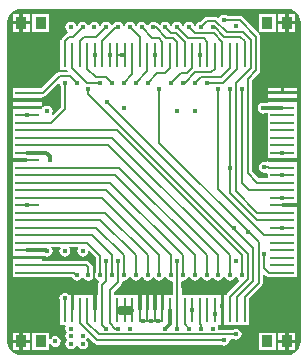
<source format=gtl>
%FSLAX44Y44*%
%MOMM*%
G71*
G01*
G75*
G04 Layer_Physical_Order=1*
G04 Layer_Color=255*
%ADD10R,2.0000X0.2600*%
%ADD11R,0.2600X2.0000*%
%ADD12R,0.9400X1.0160*%
%ADD13R,0.9398X1.0160*%
%ADD14C,0.2000*%
%ADD15C,0.2032*%
%ADD16C,0.3000*%
%ADD17C,0.8000*%
%ADD18C,0.4000*%
G36*
X243034Y296324D02*
X245862Y295153D01*
X248290Y293290D01*
X250153Y290862D01*
X251324Y288034D01*
X251709Y285112D01*
X251686Y285000D01*
Y15000D01*
X251709Y14888D01*
X251324Y11966D01*
X250153Y9138D01*
X248290Y6710D01*
X245862Y4847D01*
X243034Y3676D01*
X240112Y3291D01*
X240000Y3314D01*
X15000D01*
X14888Y3291D01*
X11966Y3676D01*
X9138Y4847D01*
X6710Y6710D01*
X4847Y9138D01*
X3676Y11966D01*
X3291Y14888D01*
X3314Y15000D01*
Y285000D01*
X3291Y285112D01*
X3676Y288034D01*
X4847Y290862D01*
X6710Y293290D01*
X9138Y295153D01*
X11966Y296324D01*
X14888Y296709D01*
X15000Y296686D01*
Y296686D01*
X15000Y296686D01*
X240000D01*
X240112Y296709D01*
X243034Y296324D01*
D02*
G37*
%LPC*%
G36*
X247204Y22580D02*
X241505D01*
Y16500D01*
X247204D01*
Y22580D01*
D02*
G37*
G36*
X238505D02*
X232806D01*
Y16500D01*
X238505D01*
Y22580D01*
D02*
G37*
G36*
X22194D02*
X16495D01*
Y16500D01*
X22194D01*
Y22580D01*
D02*
G37*
G36*
X248650Y224300D02*
X223650D01*
Y222000D01*
Y220950D01*
X248650D01*
Y222000D01*
Y224300D01*
D02*
G37*
G36*
Y217950D02*
X223650D01*
Y216989D01*
X223039Y216868D01*
X222606Y216578D01*
X221996D01*
X221756Y216739D01*
X220000Y217088D01*
X218244Y216739D01*
X216756Y215744D01*
X215761Y214256D01*
X215412Y212500D01*
X215761Y210744D01*
X216756Y209256D01*
X218244Y208261D01*
X220000Y207912D01*
X221756Y208261D01*
X221996Y208422D01*
X223650D01*
Y202950D01*
Y196600D01*
Y190250D01*
Y183900D01*
Y177550D01*
Y171200D01*
Y170150D01*
X248650D01*
Y171200D01*
Y177550D01*
Y183900D01*
Y190250D01*
Y196600D01*
Y202950D01*
Y209300D01*
Y215650D01*
Y217950D01*
D02*
G37*
G36*
X32750D02*
X7750D01*
Y215650D01*
Y214600D01*
X32750D01*
Y215650D01*
Y217950D01*
D02*
G37*
G36*
X13495Y22580D02*
X7796D01*
Y16500D01*
X13495D01*
Y22580D01*
D02*
G37*
G36*
X230700D02*
X216300D01*
Y7420D01*
X230700D01*
Y22580D01*
D02*
G37*
G36*
X22194Y13500D02*
X16495D01*
Y7420D01*
X22194D01*
Y13500D01*
D02*
G37*
G36*
X13495D02*
X7796D01*
Y7420D01*
X13495D01*
Y13500D01*
D02*
G37*
G36*
X38700Y22580D02*
X24300D01*
Y7420D01*
X38700D01*
Y12645D01*
X39915Y13013D01*
X40756Y11756D01*
X42244Y10761D01*
X44000Y10412D01*
X45756Y10761D01*
X47244Y11756D01*
X48239Y13244D01*
X48588Y15000D01*
X48239Y16756D01*
X47244Y18244D01*
X45756Y19239D01*
X44000Y19588D01*
X42244Y19239D01*
X40756Y18244D01*
X39915Y16987D01*
X38700Y17355D01*
Y22580D01*
D02*
G37*
G36*
X247204Y13500D02*
X241505D01*
Y7420D01*
X247204D01*
Y13500D01*
D02*
G37*
G36*
X238505D02*
X232806D01*
Y7420D01*
X238505D01*
Y13500D01*
D02*
G37*
G36*
X13495Y292580D02*
X7796D01*
Y286500D01*
X13495D01*
Y292580D01*
D02*
G37*
G36*
X247204Y283500D02*
X241505D01*
Y277420D01*
X247204D01*
Y283500D01*
D02*
G37*
G36*
X238505D02*
X232806D01*
Y277420D01*
X238505D01*
Y283500D01*
D02*
G37*
G36*
X22194Y292580D02*
X16495D01*
Y286500D01*
X22194D01*
Y292580D01*
D02*
G37*
G36*
X187000Y291588D02*
X185244Y291239D01*
X183756Y290244D01*
X182761Y288756D01*
X182761Y288756D01*
X182761Y288756D01*
X182023Y289023D01*
X180866Y289797D01*
X179500Y290069D01*
X172500D01*
X171134Y289797D01*
X169977Y289023D01*
X166428Y285474D01*
X165244Y285239D01*
X163756Y284244D01*
X162761Y282756D01*
X162635Y282122D01*
X161365D01*
X161239Y282756D01*
X160244Y284244D01*
X158756Y285239D01*
X157000Y285588D01*
X155244Y285239D01*
X153756Y284244D01*
X152761Y282756D01*
X152635Y282122D01*
X151365D01*
X151239Y282756D01*
X150244Y284244D01*
X148756Y285239D01*
X147000Y285588D01*
X145244Y285239D01*
X143756Y284244D01*
X142761Y282756D01*
X142635Y282122D01*
X141365D01*
X141239Y282756D01*
X140244Y284244D01*
X138756Y285239D01*
X137000Y285588D01*
X135244Y285239D01*
X133756Y284244D01*
X133138Y283320D01*
X131874Y283196D01*
X131535Y283535D01*
X130372Y284312D01*
X130046Y284377D01*
X128756Y285239D01*
X127000Y285588D01*
X125244Y285239D01*
X123756Y284244D01*
X122761Y282756D01*
X122635Y282122D01*
X121365D01*
X121239Y282756D01*
X120244Y284244D01*
X118756Y285239D01*
X117000Y285588D01*
X115244Y285239D01*
X113756Y284244D01*
X112761Y282756D01*
X112635Y282122D01*
X111365D01*
X111239Y282756D01*
X110244Y284244D01*
X108756Y285239D01*
X107000Y285588D01*
X105244Y285239D01*
X103756Y284244D01*
X102761Y282756D01*
X102635Y282122D01*
X101365D01*
X101239Y282756D01*
X100244Y284244D01*
X98756Y285239D01*
X97000Y285588D01*
X95244Y285239D01*
X93756Y284244D01*
X93537Y283917D01*
X92965Y283535D01*
X92326Y282896D01*
X91062Y283020D01*
X90244Y284244D01*
X88756Y285239D01*
X87000Y285588D01*
X85244Y285239D01*
X83756Y284244D01*
X82761Y282756D01*
X82635Y282122D01*
X81365D01*
X81239Y282756D01*
X80244Y284244D01*
X78756Y285239D01*
X77000Y285588D01*
X75244Y285239D01*
X73756Y284244D01*
X72761Y282756D01*
X72635Y282122D01*
X71365D01*
X71239Y282756D01*
X70244Y284244D01*
X68756Y285239D01*
X67000Y285588D01*
X65244Y285239D01*
X63756Y284244D01*
X62761Y282756D01*
X62635Y282122D01*
X61365D01*
X61239Y282756D01*
X60244Y284244D01*
X58756Y285239D01*
X57000Y285588D01*
X55244Y285239D01*
X53756Y284244D01*
X52761Y282756D01*
X52412Y281000D01*
X52761Y279244D01*
X53756Y277756D01*
X54722Y277110D01*
X54474Y275865D01*
X54134Y275797D01*
X52977Y275023D01*
X49477Y271523D01*
X48703Y270366D01*
X48640Y270050D01*
X48200D01*
Y245050D01*
X54075D01*
X54728Y243961D01*
X54518Y243569D01*
X47500D01*
X46134Y243297D01*
X44977Y242523D01*
X32053Y229600D01*
X7750D01*
Y222000D01*
Y220950D01*
X32750D01*
Y222000D01*
Y222231D01*
X33300D01*
X34666Y222503D01*
X35823Y223277D01*
X46316Y233769D01*
X47531Y233400D01*
X47761Y232244D01*
X48415Y231265D01*
Y213485D01*
X41922Y206992D01*
X40941Y207798D01*
X41239Y208244D01*
X41588Y210000D01*
X41239Y211756D01*
X40244Y213244D01*
X38756Y214239D01*
X37000Y214588D01*
X35244Y214239D01*
X33870Y213321D01*
X32750Y213919D01*
Y211705D01*
X32730Y211600D01*
X7750D01*
Y209300D01*
Y202950D01*
Y196600D01*
Y190250D01*
Y183900D01*
Y177550D01*
Y171200D01*
Y170150D01*
X20252D01*
Y167150D01*
X7750D01*
Y164850D01*
Y158500D01*
Y152150D01*
Y145800D01*
Y139450D01*
Y133100D01*
Y126750D01*
Y120400D01*
Y114050D01*
Y107700D01*
Y101350D01*
Y95000D01*
Y88650D01*
Y87600D01*
X32750D01*
Y87581D01*
X33870Y88179D01*
X35244Y87261D01*
X37000Y86912D01*
X38756Y87261D01*
X40244Y88256D01*
X41239Y89744D01*
X41588Y91500D01*
X41239Y93256D01*
X40244Y94744D01*
X40387Y95215D01*
X47723D01*
X48322Y94095D01*
X47761Y93256D01*
X47412Y91500D01*
X47761Y89744D01*
X48756Y88256D01*
X50244Y87261D01*
X52000Y86912D01*
X53756Y87261D01*
X55244Y88256D01*
X56239Y89744D01*
X56588Y91500D01*
X56239Y93256D01*
X55244Y94744D01*
X55387Y95215D01*
X62723D01*
X63322Y94095D01*
X62761Y93256D01*
X62412Y91500D01*
X62761Y89744D01*
X63756Y88256D01*
X65244Y87261D01*
X67000Y86912D01*
X68756Y87261D01*
X70244Y88256D01*
X71239Y89744D01*
X71588Y91500D01*
X72958Y91772D01*
X78415Y86315D01*
Y73735D01*
X77761Y72756D01*
X77635Y72122D01*
X76365D01*
X76239Y72756D01*
X75585Y73735D01*
Y78000D01*
X75312Y79372D01*
X74535Y80535D01*
X74535Y80535D01*
X74535D01*
X74535Y80535D01*
Y80535D01*
X72785Y82285D01*
X71622Y83062D01*
X70250Y83335D01*
X32750D01*
Y83550D01*
Y84600D01*
X7750D01*
Y82300D01*
Y75950D01*
Y69600D01*
X32750D01*
Y69815D01*
X57648D01*
X57761Y69244D01*
X58756Y67756D01*
X60244Y66761D01*
X62000Y66412D01*
X63756Y66761D01*
X65244Y67756D01*
X66239Y69244D01*
X66365Y69878D01*
X67635D01*
X67761Y69244D01*
X68756Y67756D01*
X70244Y66761D01*
X72000Y66412D01*
X73756Y66761D01*
X75244Y67756D01*
X76239Y69244D01*
X76365Y69878D01*
X77635D01*
X77761Y69244D01*
X78756Y67756D01*
X80244Y66761D01*
X80983Y66614D01*
X81352Y65399D01*
X81227Y65273D01*
X80453Y64116D01*
X80181Y62750D01*
Y54150D01*
X78900D01*
Y41648D01*
X75900D01*
Y54150D01*
X59850D01*
Y41648D01*
X56850D01*
Y54150D01*
X55641D01*
X55244Y54744D01*
X53756Y55739D01*
X52000Y56088D01*
X50244Y55739D01*
X48756Y54744D01*
X48359Y54150D01*
X48200D01*
Y53913D01*
X47761Y53256D01*
X47412Y51500D01*
X47761Y49744D01*
X48200Y49087D01*
Y29150D01*
X52346D01*
X52944Y28030D01*
X52761Y27756D01*
X52412Y26000D01*
X52761Y24244D01*
X53592Y23000D01*
X52761Y21756D01*
X52412Y20000D01*
X52761Y18244D01*
X53756Y16756D01*
Y16244D01*
X52761Y14756D01*
X52412Y13000D01*
X52761Y11244D01*
X53756Y9756D01*
X55244Y8761D01*
X57000Y8412D01*
X58756Y8761D01*
X60244Y9756D01*
X61239Y11244D01*
X61365Y11878D01*
X62635D01*
X62761Y11244D01*
X63756Y9756D01*
X65244Y8761D01*
X67000Y8412D01*
X68756Y8761D01*
X70244Y9756D01*
X71239Y11244D01*
X71588Y13000D01*
X71239Y14756D01*
X70244Y16244D01*
Y16756D01*
X71062Y17980D01*
X72326Y18104D01*
X76965Y13465D01*
X78128Y12688D01*
X79500Y12415D01*
X184265D01*
X185244Y11761D01*
X187000Y11412D01*
X188756Y11761D01*
X190244Y12756D01*
X191239Y14244D01*
X191588Y16000D01*
X191499Y16450D01*
X192304Y17431D01*
X194241D01*
X195244Y16761D01*
X197000Y16412D01*
X198756Y16761D01*
X200244Y17756D01*
X201239Y19244D01*
X201588Y21000D01*
X201239Y22756D01*
X200244Y24244D01*
X198756Y25239D01*
X197000Y25588D01*
X195244Y25239D01*
X194241Y24569D01*
X182304D01*
X181499Y25550D01*
X181588Y26000D01*
X181239Y27756D01*
X181056Y28030D01*
X181654Y29150D01*
X183850D01*
Y41648D01*
Y54150D01*
X150819D01*
Y60250D01*
X150569Y61507D01*
Y65696D01*
X151550Y66501D01*
X152000Y66412D01*
X153756Y66761D01*
X155244Y67756D01*
X156239Y69244D01*
X156365Y69878D01*
X157635D01*
X157761Y69244D01*
X158756Y67756D01*
X160244Y66761D01*
X162000Y66412D01*
X163756Y66761D01*
X165244Y67756D01*
X166239Y69244D01*
X166365Y69878D01*
X167635D01*
X167761Y69244D01*
X168756Y67756D01*
X170244Y66761D01*
X172000Y66412D01*
X173756Y66761D01*
X175244Y67756D01*
X176239Y69244D01*
X176365Y69878D01*
X177635D01*
X177761Y69244D01*
X178756Y67756D01*
X180244Y66761D01*
X182000Y66412D01*
X183756Y66761D01*
X185244Y67756D01*
X186239Y69244D01*
X186365Y69878D01*
X187635D01*
X187761Y69244D01*
X188756Y67756D01*
X190244Y66761D01*
X192000Y66412D01*
X193756Y66761D01*
X195244Y67756D01*
X196239Y69244D01*
X196365Y69878D01*
X197635D01*
X197761Y69244D01*
X198756Y67756D01*
X199680Y67138D01*
X199804Y65874D01*
X189165Y55235D01*
X188440Y54150D01*
X186850D01*
Y41648D01*
Y29150D01*
X208200D01*
Y51653D01*
X218523Y61977D01*
X219297Y63134D01*
X219569Y64500D01*
Y71725D01*
X220742Y72211D01*
X222077Y70877D01*
X223234Y70103D01*
X223650Y70020D01*
Y69600D01*
X248650D01*
Y75950D01*
Y82300D01*
Y88650D01*
Y95000D01*
Y101350D01*
Y107700D01*
Y114050D01*
Y120400D01*
Y126750D01*
Y129050D01*
X236147D01*
Y132050D01*
X248650D01*
Y133100D01*
Y139450D01*
Y145800D01*
Y152150D01*
Y158500D01*
Y164850D01*
Y167150D01*
X223650D01*
Y167562D01*
X222668Y166756D01*
X221000Y167088D01*
X219244Y166739D01*
X217756Y165744D01*
X216761Y164256D01*
X216412Y162500D01*
X216761Y160744D01*
X217756Y159256D01*
X219244Y158261D01*
X221000Y157912D01*
X222668Y158244D01*
X222888Y158063D01*
X223650Y156923D01*
Y153169D01*
X216378D01*
X210569Y158978D01*
Y236022D01*
X216523Y241977D01*
X217297Y243134D01*
X217569Y244500D01*
D01*
D01*
D01*
D01*
D01*
X217569D01*
D01*
D01*
D01*
D01*
Y244500D01*
X217569D01*
D01*
Y244500D01*
D01*
D01*
D01*
D01*
D01*
D01*
D01*
D01*
D01*
D01*
D01*
D01*
Y244500D01*
D01*
X217569D01*
D01*
D01*
D01*
D01*
X217569Y244500D01*
Y273000D01*
X217297Y274366D01*
X216523Y275523D01*
X216523Y275523D01*
D01*
D01*
D01*
D01*
X216523Y275523D01*
D01*
D01*
X216523D01*
X202523Y289523D01*
X201366Y290297D01*
X200000Y290569D01*
X189759D01*
X188756Y291239D01*
X187000Y291588D01*
D02*
G37*
G36*
X247204Y292580D02*
X241505D01*
Y286500D01*
X247204D01*
Y292580D01*
D02*
G37*
G36*
X238505D02*
X232806D01*
Y286500D01*
X238505D01*
Y292580D01*
D02*
G37*
G36*
X234650Y229600D02*
X223650D01*
Y227300D01*
X234650D01*
Y229600D01*
D02*
G37*
G36*
X13495Y283500D02*
X7796D01*
Y277420D01*
X13495D01*
Y283500D01*
D02*
G37*
G36*
X248650Y229600D02*
X237650D01*
Y227300D01*
X248650D01*
Y229600D01*
D02*
G37*
G36*
X230700Y292580D02*
X216300D01*
Y277420D01*
X230700D01*
Y292580D01*
D02*
G37*
G36*
X38700D02*
X24300D01*
Y277420D01*
X38700D01*
Y292580D01*
D02*
G37*
G36*
X22194Y283500D02*
X16495D01*
Y277420D01*
X22194D01*
Y283500D01*
D02*
G37*
%LPD*%
G36*
X137761Y69244D02*
X138756Y67756D01*
X140244Y66761D01*
X142000Y66412D01*
X142450Y66501D01*
X143431Y65696D01*
Y60500D01*
X143681Y59243D01*
Y54150D01*
X136050D01*
Y41648D01*
X133050D01*
Y54150D01*
X129700D01*
Y41648D01*
X126700D01*
Y54150D01*
X123350D01*
Y41648D01*
X120350D01*
Y54150D01*
X117000D01*
Y41648D01*
X114000D01*
Y54150D01*
X93669D01*
Y57122D01*
X99523Y62977D01*
X100297Y64134D01*
X100569Y65500D01*
D01*
D01*
D01*
D01*
D01*
D01*
D01*
X100569D01*
D01*
D01*
D01*
Y65500D01*
X100569Y65500D01*
D01*
D01*
D01*
D01*
X101550Y66501D01*
X101550Y66501D01*
X102000Y66412D01*
X103756Y66761D01*
X105244Y67756D01*
X106239Y69244D01*
X106365Y69878D01*
X107635D01*
X107761Y69244D01*
X108756Y67756D01*
X110244Y66761D01*
X112000Y66412D01*
X113756Y66761D01*
X115244Y67756D01*
X116239Y69244D01*
X116365Y69878D01*
X117635D01*
X117761Y69244D01*
X118756Y67756D01*
X120244Y66761D01*
X122000Y66412D01*
X123756Y66761D01*
X125244Y67756D01*
X126239Y69244D01*
X126365Y69878D01*
X127635D01*
X127761Y69244D01*
X128756Y67756D01*
X130244Y66761D01*
X132000Y66412D01*
X133756Y66761D01*
X135244Y67756D01*
X136239Y69244D01*
X136365Y69878D01*
X137635D01*
X137761Y69244D01*
D02*
G37*
D10*
X236150Y225800D02*
D03*
Y219450D02*
D03*
Y213100D02*
D03*
Y206750D02*
D03*
Y200400D02*
D03*
Y194050D02*
D03*
Y187700D02*
D03*
Y181350D02*
D03*
Y175000D02*
D03*
Y168650D02*
D03*
Y73400D02*
D03*
Y79750D02*
D03*
Y86100D02*
D03*
Y92450D02*
D03*
Y98800D02*
D03*
X20250Y225800D02*
D03*
Y219450D02*
D03*
Y213100D02*
D03*
Y206750D02*
D03*
Y200400D02*
D03*
X236150Y105150D02*
D03*
Y111500D02*
D03*
Y117850D02*
D03*
Y124200D02*
D03*
Y130550D02*
D03*
Y143250D02*
D03*
Y149600D02*
D03*
Y155950D02*
D03*
Y162300D02*
D03*
X20250Y194050D02*
D03*
Y187700D02*
D03*
Y181350D02*
D03*
Y175000D02*
D03*
Y168650D02*
D03*
Y162300D02*
D03*
Y155950D02*
D03*
Y149600D02*
D03*
Y143250D02*
D03*
Y136900D02*
D03*
Y130550D02*
D03*
Y124200D02*
D03*
Y117850D02*
D03*
Y111500D02*
D03*
Y105150D02*
D03*
Y98800D02*
D03*
Y92450D02*
D03*
Y86100D02*
D03*
Y79750D02*
D03*
Y73400D02*
D03*
X236150Y136900D02*
D03*
D11*
X52000Y41650D02*
D03*
X58350D02*
D03*
X64700D02*
D03*
X71050D02*
D03*
X77400D02*
D03*
X83750D02*
D03*
X90100D02*
D03*
X96450D02*
D03*
X102800D02*
D03*
X109150D02*
D03*
X115500D02*
D03*
X121850D02*
D03*
X128200D02*
D03*
X134550D02*
D03*
X140900D02*
D03*
X147250D02*
D03*
X153600D02*
D03*
X159950D02*
D03*
X166300D02*
D03*
X172650D02*
D03*
X179000D02*
D03*
X185350D02*
D03*
X191700D02*
D03*
X198050D02*
D03*
X204400D02*
D03*
Y257550D02*
D03*
X198050D02*
D03*
X191700D02*
D03*
X185350D02*
D03*
X179000D02*
D03*
X172650D02*
D03*
X166300D02*
D03*
X159950D02*
D03*
X153600D02*
D03*
X147250D02*
D03*
X140900D02*
D03*
X134550D02*
D03*
X128200D02*
D03*
X121850D02*
D03*
X115500D02*
D03*
X109150D02*
D03*
X102800D02*
D03*
X96450D02*
D03*
X90100D02*
D03*
X83750D02*
D03*
X77400D02*
D03*
X71050D02*
D03*
X64700D02*
D03*
X58350D02*
D03*
X52000D02*
D03*
D12*
X223500Y285000D02*
D03*
X31500D02*
D03*
X223500Y15000D02*
D03*
X31500D02*
D03*
D13*
X240005Y285000D02*
D03*
X14995D02*
D03*
X240005Y15000D02*
D03*
X14995D02*
D03*
D14*
X192000Y140500D02*
Y229000D01*
X179000Y38500D02*
Y41650D01*
X147250Y29750D02*
Y60250D01*
X90100Y30400D02*
Y58600D01*
X83750Y29250D02*
Y62750D01*
X224600Y73400D02*
X236150D01*
X221000Y77000D02*
X224600Y73400D01*
X221000Y77000D02*
Y89000D01*
X87000Y66000D02*
Y83000D01*
X83750Y62750D02*
X87000Y66000D01*
X97000Y65500D02*
Y83000D01*
X90100Y58600D02*
X97000Y65500D01*
X147000Y60500D02*
Y83000D01*
Y60500D02*
X147250Y60250D01*
X198050Y52550D02*
X211500Y66000D01*
X132000Y183000D02*
Y229000D01*
Y183000D02*
X216000Y99000D01*
Y64500D02*
Y99000D01*
X204400Y52900D02*
X216000Y64500D01*
X204400Y41650D02*
Y52900D01*
X88000Y218000D02*
X211500Y94500D01*
Y66000D02*
Y94500D01*
X198050Y41650D02*
Y52550D01*
X221000Y162500D02*
X224600D01*
X224800Y162300D01*
X236150D01*
X214900Y149600D02*
X236150D01*
X207000Y157500D02*
X214900Y149600D01*
X207000Y157500D02*
Y237500D01*
X214000Y244500D01*
Y273000D01*
X200000Y287000D02*
X214000Y273000D01*
X187000Y287000D02*
X200000D01*
X179500Y286500D02*
X189000Y277000D01*
X203000D01*
X210000Y270000D01*
X172500Y286500D02*
X179500D01*
X167000Y281000D02*
X172500Y286500D01*
X214800Y124200D02*
X236150D01*
X197000Y142000D02*
X214800Y124200D01*
X197000Y142000D02*
Y233500D01*
X210000Y246500D01*
Y270000D01*
X207750Y143250D02*
X236150D01*
X202000Y149000D02*
X207750Y143250D01*
X202000Y149000D02*
Y229000D01*
X214650Y117850D02*
X236150D01*
X192000Y140500D02*
X214650Y117850D01*
X220850Y105150D02*
X236150D01*
X182000Y144000D02*
X220850Y105150D01*
X182000Y144000D02*
Y229000D01*
X33300Y225800D02*
X47500Y240000D01*
X56000D01*
X62000Y234000D01*
X58350Y246150D02*
X70500Y234000D01*
X71050Y245950D02*
X78000Y239000D01*
X55500Y272500D02*
X58500D01*
X67000Y281000D01*
X162000Y276000D02*
X178000D01*
X157000Y281000D02*
X162000Y276000D01*
X147000Y281000D02*
X156000Y272000D01*
X169500D01*
X137000Y281000D02*
X142000Y276000D01*
X146000D01*
X153600Y268400D01*
X52000Y269000D02*
X55500Y272500D01*
X52000Y257550D02*
Y269000D01*
X172000Y234000D02*
X186000D01*
X198050Y246050D01*
X122000Y234000D02*
X130000Y242000D01*
X136500D01*
X140900Y246400D01*
X198050Y246050D02*
Y257550D01*
X178000Y276000D02*
X185350Y268650D01*
Y257550D02*
Y268650D01*
X169500Y272000D02*
X172650Y268850D01*
Y257550D02*
Y268850D01*
X153600Y257550D02*
Y268400D01*
X140900Y246400D02*
Y257550D01*
X112000Y234000D02*
X121850Y243850D01*
Y257550D01*
X102000Y234000D02*
X109150Y241150D01*
Y257550D01*
X87000Y239000D02*
X92000Y234000D01*
X78000Y239000D02*
X87000D01*
X71050Y245950D02*
Y257550D01*
X70500Y234000D02*
X82000D01*
X58350Y246150D02*
Y257550D01*
X20250Y225800D02*
X33300D01*
X166300Y29700D02*
Y41650D01*
Y29700D02*
X167000Y29000D01*
Y26000D02*
Y29000D01*
X153600Y29400D02*
Y41650D01*
Y29400D02*
X157000Y26000D01*
X147000Y29500D02*
X147250Y29750D01*
X147000Y26000D02*
Y29500D01*
X81000Y21000D02*
X197000D01*
X71050Y30950D02*
X81000Y21000D01*
X71050Y30950D02*
Y41650D01*
X83750Y29250D02*
X87000Y26000D01*
X94500D02*
X97000D01*
X90100Y30400D02*
X94500Y26000D01*
X118500Y32500D02*
X134000D01*
X96450Y257550D02*
X100500D01*
X77000Y66000D02*
Y76585D01*
D15*
X191700Y52700D02*
X207000Y68000D01*
X72000Y224500D02*
Y229000D01*
Y224500D02*
X207000Y89500D01*
Y68000D02*
Y89500D01*
X191700Y41650D02*
Y52700D01*
X95500Y281000D02*
X97000D01*
X83750Y269250D02*
X95500Y281000D01*
X83750Y257550D02*
Y269250D01*
X68200Y272500D02*
X78500D01*
X87000Y281000D01*
X115500Y257550D02*
Y272500D01*
X107000Y281000D02*
X115500Y272500D01*
X117000Y281000D02*
X126000Y272000D01*
X127000Y281000D02*
X129000D01*
X187000Y273000D02*
X200500D01*
X179000Y281000D02*
X187000Y273000D01*
X177000Y281000D02*
X179000D01*
X129000D02*
X138000Y272000D01*
X143500D01*
X147250Y268250D01*
X126000Y272000D02*
X131500D01*
X134550Y268950D01*
Y257550D02*
Y268950D01*
X64700Y257550D02*
Y269000D01*
X68200Y272500D01*
X152000Y234000D02*
X153500D01*
X162000D02*
X167000Y239000D01*
X184500D01*
X191700Y246200D01*
X153500Y234000D02*
X162500Y243000D01*
X176000D01*
X179000Y246000D01*
X142000Y234000D02*
X150000Y242000D01*
X155500D01*
X159950Y246450D01*
X200500Y273000D02*
X204400Y269100D01*
Y257550D02*
Y269100D01*
X191700Y246200D02*
Y257550D01*
X179000Y246000D02*
Y257550D01*
X159950Y246450D02*
Y257550D01*
X147250D02*
Y268250D01*
X52000Y212000D02*
Y234000D01*
X40400Y200400D02*
X52000Y212000D01*
X20250Y200400D02*
X40400D01*
X20250Y194050D02*
X95950D01*
X202000Y88000D01*
Y71000D02*
Y88000D01*
X20250Y187700D02*
X92300D01*
X192000Y88000D01*
Y71000D02*
Y88000D01*
X20250Y181350D02*
X88650D01*
X182000Y88000D01*
Y71000D02*
Y88000D01*
X20250Y162300D02*
X97700D01*
X172000Y88000D01*
Y71000D02*
Y88000D01*
X20250Y155950D02*
X94050D01*
X162000Y88000D01*
Y71000D02*
Y88000D01*
X20250Y149600D02*
X90400D01*
X152000Y88000D01*
Y71000D02*
Y88000D01*
X142000Y71000D02*
Y88000D01*
X86750Y143250D02*
X142000Y88000D01*
X20250Y143250D02*
X86750D01*
X20250Y136900D02*
X83100D01*
X132000Y88000D01*
Y71000D02*
Y88000D01*
X20250Y124200D02*
X85800D01*
X122000Y88000D01*
Y71000D02*
Y88000D01*
X20250Y117850D02*
X82150D01*
X112000Y88000D01*
Y71000D02*
Y88000D01*
X20250Y111500D02*
X78500D01*
X102000Y88000D01*
Y71000D02*
Y88000D01*
X71000Y98800D02*
X82000Y87800D01*
Y71000D02*
Y87800D01*
X20250Y105150D02*
X74850D01*
X92000Y88000D01*
Y71000D02*
Y88000D01*
X20250Y98800D02*
X71000D01*
X20250Y79750D02*
X70250D01*
X72000Y78000D01*
Y71000D02*
Y78000D01*
X59600Y73400D02*
X62000Y71000D01*
X20250Y73400D02*
X59600D01*
X79500Y16000D02*
X187000D01*
X64700Y30800D02*
X79500Y16000D01*
X64700Y30800D02*
Y41650D01*
D16*
X140900Y29900D02*
Y41650D01*
X137000Y26000D02*
X140900Y29900D01*
X224600Y213100D02*
X236150D01*
X224000Y212500D02*
X224600Y213100D01*
X220000Y212500D02*
X224000D01*
X20250Y175000D02*
X36000D01*
X39000Y172000D01*
Y169000D02*
Y172000D01*
X20250Y92450D02*
X36050D01*
X37000Y91500D01*
D17*
X99000Y42000D02*
X106000D01*
D18*
X20250Y130550D02*
D03*
X192000Y162000D02*
D03*
X185350Y45350D02*
D03*
X179000Y38500D02*
D03*
X177000Y26000D02*
D03*
X87000Y83000D02*
D03*
X97000D02*
D03*
X147000D02*
D03*
X195004Y110997D02*
D03*
X207000Y108000D02*
D03*
X221000Y89000D02*
D03*
X77000Y281000D02*
D03*
X72000Y229000D02*
D03*
X88000Y218000D02*
D03*
X132000Y229000D02*
D03*
X221000Y162500D02*
D03*
X159950Y41650D02*
D03*
X197000Y282000D02*
D03*
X187000Y287000D02*
D03*
X167000Y281000D02*
D03*
X202000Y229000D02*
D03*
X192000D02*
D03*
X182000D02*
D03*
X90100Y257550D02*
D03*
X166300D02*
D03*
X77400D02*
D03*
X107000Y281000D02*
D03*
X177000D02*
D03*
X172000Y234000D02*
D03*
X162000D02*
D03*
X157000Y281000D02*
D03*
X152000Y234000D02*
D03*
X147000Y281000D02*
D03*
X142000Y234000D02*
D03*
X137000Y281000D02*
D03*
X127000D02*
D03*
X112000Y234000D02*
D03*
X122000D02*
D03*
X117000Y281000D02*
D03*
X102000Y234000D02*
D03*
X97000Y281000D02*
D03*
X92000Y234000D02*
D03*
X82000D02*
D03*
X62000D02*
D03*
X52000D02*
D03*
X87000Y281000D02*
D03*
X57000D02*
D03*
X67000D02*
D03*
X167000Y26000D02*
D03*
X157000D02*
D03*
X147000D02*
D03*
X137000D02*
D03*
X197000Y21000D02*
D03*
X187000Y16000D02*
D03*
X87000Y26000D02*
D03*
X97000D02*
D03*
X202000Y71000D02*
D03*
X192000D02*
D03*
X182000D02*
D03*
X172000D02*
D03*
X162000D02*
D03*
X152000D02*
D03*
X142000D02*
D03*
X132000D02*
D03*
X122000D02*
D03*
X112000D02*
D03*
X102000D02*
D03*
X92000D02*
D03*
X82000D02*
D03*
X72000D02*
D03*
X62000D02*
D03*
X52000Y51500D02*
D03*
X223500Y15000D02*
D03*
X31500D02*
D03*
X223500Y285000D02*
D03*
X31500D02*
D03*
X37000Y91500D02*
D03*
X52000D02*
D03*
X67000D02*
D03*
X147000Y210000D02*
D03*
X162000D02*
D03*
X102000Y212500D02*
D03*
X37000Y210000D02*
D03*
X220000Y212500D02*
D03*
X236150Y111500D02*
D03*
Y175000D02*
D03*
Y155950D02*
D03*
X39000Y169000D02*
D03*
X99000Y42000D02*
D03*
X106000D02*
D03*
X67000Y13000D02*
D03*
X57000D02*
D03*
X67000Y20000D02*
D03*
X57000D02*
D03*
Y26000D02*
D03*
X44000Y15000D02*
D03*
X197000Y83000D02*
D03*
X20250Y206750D02*
D03*
X240005Y15000D02*
D03*
X14995D02*
D03*
Y285000D02*
D03*
X240005D02*
D03*
X216000Y180000D02*
D03*
Y229500D02*
D03*
X100500Y257550D02*
D03*
X128200D02*
D03*
X40000Y222000D02*
D03*
X130500Y32500D02*
D03*
X245000Y60000D02*
D03*
X222000D02*
D03*
X240000Y235000D02*
D03*
X40000Y250000D02*
D03*
X30000Y236000D02*
D03*
X107000Y26000D02*
D03*
X235650Y136900D02*
D03*
X118500Y32500D02*
D03*
X124500D02*
D03*
M02*

</source>
